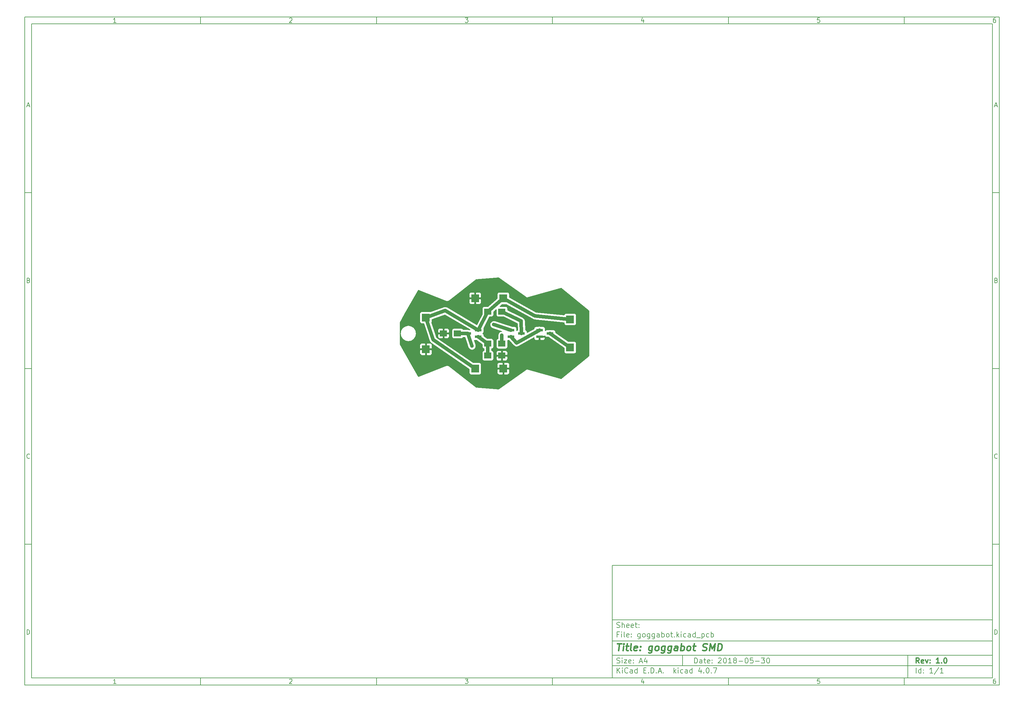
<source format=gbr>
G04 #@! TF.FileFunction,Copper,L1,Top,Signal*
%FSLAX46Y46*%
G04 Gerber Fmt 4.6, Leading zero omitted, Abs format (unit mm)*
G04 Created by KiCad (PCBNEW 4.0.7) date 2018 May 30, Wednesday 19:48:18*
%MOMM*%
%LPD*%
G01*
G04 APERTURE LIST*
%ADD10C,0.100000*%
%ADD11C,0.150000*%
%ADD12C,0.300000*%
%ADD13C,0.400000*%
%ADD14R,1.900000X0.800000*%
%ADD15R,2.235200X2.235200*%
%ADD16R,2.000000X1.700000*%
%ADD17C,0.600000*%
%ADD18C,1.000000*%
%ADD19C,0.254000*%
G04 APERTURE END LIST*
D10*
D11*
X177002200Y-166007200D02*
X177002200Y-198007200D01*
X285002200Y-198007200D01*
X285002200Y-166007200D01*
X177002200Y-166007200D01*
D10*
D11*
X10000000Y-10000000D02*
X10000000Y-200007200D01*
X287002200Y-200007200D01*
X287002200Y-10000000D01*
X10000000Y-10000000D01*
D10*
D11*
X12000000Y-12000000D02*
X12000000Y-198007200D01*
X285002200Y-198007200D01*
X285002200Y-12000000D01*
X12000000Y-12000000D01*
D10*
D11*
X60000000Y-12000000D02*
X60000000Y-10000000D01*
D10*
D11*
X110000000Y-12000000D02*
X110000000Y-10000000D01*
D10*
D11*
X160000000Y-12000000D02*
X160000000Y-10000000D01*
D10*
D11*
X210000000Y-12000000D02*
X210000000Y-10000000D01*
D10*
D11*
X260000000Y-12000000D02*
X260000000Y-10000000D01*
D10*
D11*
X35990476Y-11588095D02*
X35247619Y-11588095D01*
X35619048Y-11588095D02*
X35619048Y-10288095D01*
X35495238Y-10473810D01*
X35371429Y-10597619D01*
X35247619Y-10659524D01*
D10*
D11*
X85247619Y-10411905D02*
X85309524Y-10350000D01*
X85433333Y-10288095D01*
X85742857Y-10288095D01*
X85866667Y-10350000D01*
X85928571Y-10411905D01*
X85990476Y-10535714D01*
X85990476Y-10659524D01*
X85928571Y-10845238D01*
X85185714Y-11588095D01*
X85990476Y-11588095D01*
D10*
D11*
X135185714Y-10288095D02*
X135990476Y-10288095D01*
X135557143Y-10783333D01*
X135742857Y-10783333D01*
X135866667Y-10845238D01*
X135928571Y-10907143D01*
X135990476Y-11030952D01*
X135990476Y-11340476D01*
X135928571Y-11464286D01*
X135866667Y-11526190D01*
X135742857Y-11588095D01*
X135371429Y-11588095D01*
X135247619Y-11526190D01*
X135185714Y-11464286D01*
D10*
D11*
X185866667Y-10721429D02*
X185866667Y-11588095D01*
X185557143Y-10226190D02*
X185247619Y-11154762D01*
X186052381Y-11154762D01*
D10*
D11*
X235928571Y-10288095D02*
X235309524Y-10288095D01*
X235247619Y-10907143D01*
X235309524Y-10845238D01*
X235433333Y-10783333D01*
X235742857Y-10783333D01*
X235866667Y-10845238D01*
X235928571Y-10907143D01*
X235990476Y-11030952D01*
X235990476Y-11340476D01*
X235928571Y-11464286D01*
X235866667Y-11526190D01*
X235742857Y-11588095D01*
X235433333Y-11588095D01*
X235309524Y-11526190D01*
X235247619Y-11464286D01*
D10*
D11*
X285866667Y-10288095D02*
X285619048Y-10288095D01*
X285495238Y-10350000D01*
X285433333Y-10411905D01*
X285309524Y-10597619D01*
X285247619Y-10845238D01*
X285247619Y-11340476D01*
X285309524Y-11464286D01*
X285371429Y-11526190D01*
X285495238Y-11588095D01*
X285742857Y-11588095D01*
X285866667Y-11526190D01*
X285928571Y-11464286D01*
X285990476Y-11340476D01*
X285990476Y-11030952D01*
X285928571Y-10907143D01*
X285866667Y-10845238D01*
X285742857Y-10783333D01*
X285495238Y-10783333D01*
X285371429Y-10845238D01*
X285309524Y-10907143D01*
X285247619Y-11030952D01*
D10*
D11*
X60000000Y-198007200D02*
X60000000Y-200007200D01*
D10*
D11*
X110000000Y-198007200D02*
X110000000Y-200007200D01*
D10*
D11*
X160000000Y-198007200D02*
X160000000Y-200007200D01*
D10*
D11*
X210000000Y-198007200D02*
X210000000Y-200007200D01*
D10*
D11*
X260000000Y-198007200D02*
X260000000Y-200007200D01*
D10*
D11*
X35990476Y-199595295D02*
X35247619Y-199595295D01*
X35619048Y-199595295D02*
X35619048Y-198295295D01*
X35495238Y-198481010D01*
X35371429Y-198604819D01*
X35247619Y-198666724D01*
D10*
D11*
X85247619Y-198419105D02*
X85309524Y-198357200D01*
X85433333Y-198295295D01*
X85742857Y-198295295D01*
X85866667Y-198357200D01*
X85928571Y-198419105D01*
X85990476Y-198542914D01*
X85990476Y-198666724D01*
X85928571Y-198852438D01*
X85185714Y-199595295D01*
X85990476Y-199595295D01*
D10*
D11*
X135185714Y-198295295D02*
X135990476Y-198295295D01*
X135557143Y-198790533D01*
X135742857Y-198790533D01*
X135866667Y-198852438D01*
X135928571Y-198914343D01*
X135990476Y-199038152D01*
X135990476Y-199347676D01*
X135928571Y-199471486D01*
X135866667Y-199533390D01*
X135742857Y-199595295D01*
X135371429Y-199595295D01*
X135247619Y-199533390D01*
X135185714Y-199471486D01*
D10*
D11*
X185866667Y-198728629D02*
X185866667Y-199595295D01*
X185557143Y-198233390D02*
X185247619Y-199161962D01*
X186052381Y-199161962D01*
D10*
D11*
X235928571Y-198295295D02*
X235309524Y-198295295D01*
X235247619Y-198914343D01*
X235309524Y-198852438D01*
X235433333Y-198790533D01*
X235742857Y-198790533D01*
X235866667Y-198852438D01*
X235928571Y-198914343D01*
X235990476Y-199038152D01*
X235990476Y-199347676D01*
X235928571Y-199471486D01*
X235866667Y-199533390D01*
X235742857Y-199595295D01*
X235433333Y-199595295D01*
X235309524Y-199533390D01*
X235247619Y-199471486D01*
D10*
D11*
X285866667Y-198295295D02*
X285619048Y-198295295D01*
X285495238Y-198357200D01*
X285433333Y-198419105D01*
X285309524Y-198604819D01*
X285247619Y-198852438D01*
X285247619Y-199347676D01*
X285309524Y-199471486D01*
X285371429Y-199533390D01*
X285495238Y-199595295D01*
X285742857Y-199595295D01*
X285866667Y-199533390D01*
X285928571Y-199471486D01*
X285990476Y-199347676D01*
X285990476Y-199038152D01*
X285928571Y-198914343D01*
X285866667Y-198852438D01*
X285742857Y-198790533D01*
X285495238Y-198790533D01*
X285371429Y-198852438D01*
X285309524Y-198914343D01*
X285247619Y-199038152D01*
D10*
D11*
X10000000Y-60000000D02*
X12000000Y-60000000D01*
D10*
D11*
X10000000Y-110000000D02*
X12000000Y-110000000D01*
D10*
D11*
X10000000Y-160000000D02*
X12000000Y-160000000D01*
D10*
D11*
X10690476Y-35216667D02*
X11309524Y-35216667D01*
X10566667Y-35588095D02*
X11000000Y-34288095D01*
X11433333Y-35588095D01*
D10*
D11*
X11092857Y-84907143D02*
X11278571Y-84969048D01*
X11340476Y-85030952D01*
X11402381Y-85154762D01*
X11402381Y-85340476D01*
X11340476Y-85464286D01*
X11278571Y-85526190D01*
X11154762Y-85588095D01*
X10659524Y-85588095D01*
X10659524Y-84288095D01*
X11092857Y-84288095D01*
X11216667Y-84350000D01*
X11278571Y-84411905D01*
X11340476Y-84535714D01*
X11340476Y-84659524D01*
X11278571Y-84783333D01*
X11216667Y-84845238D01*
X11092857Y-84907143D01*
X10659524Y-84907143D01*
D10*
D11*
X11402381Y-135464286D02*
X11340476Y-135526190D01*
X11154762Y-135588095D01*
X11030952Y-135588095D01*
X10845238Y-135526190D01*
X10721429Y-135402381D01*
X10659524Y-135278571D01*
X10597619Y-135030952D01*
X10597619Y-134845238D01*
X10659524Y-134597619D01*
X10721429Y-134473810D01*
X10845238Y-134350000D01*
X11030952Y-134288095D01*
X11154762Y-134288095D01*
X11340476Y-134350000D01*
X11402381Y-134411905D01*
D10*
D11*
X10659524Y-185588095D02*
X10659524Y-184288095D01*
X10969048Y-184288095D01*
X11154762Y-184350000D01*
X11278571Y-184473810D01*
X11340476Y-184597619D01*
X11402381Y-184845238D01*
X11402381Y-185030952D01*
X11340476Y-185278571D01*
X11278571Y-185402381D01*
X11154762Y-185526190D01*
X10969048Y-185588095D01*
X10659524Y-185588095D01*
D10*
D11*
X287002200Y-60000000D02*
X285002200Y-60000000D01*
D10*
D11*
X287002200Y-110000000D02*
X285002200Y-110000000D01*
D10*
D11*
X287002200Y-160000000D02*
X285002200Y-160000000D01*
D10*
D11*
X285692676Y-35216667D02*
X286311724Y-35216667D01*
X285568867Y-35588095D02*
X286002200Y-34288095D01*
X286435533Y-35588095D01*
D10*
D11*
X286095057Y-84907143D02*
X286280771Y-84969048D01*
X286342676Y-85030952D01*
X286404581Y-85154762D01*
X286404581Y-85340476D01*
X286342676Y-85464286D01*
X286280771Y-85526190D01*
X286156962Y-85588095D01*
X285661724Y-85588095D01*
X285661724Y-84288095D01*
X286095057Y-84288095D01*
X286218867Y-84350000D01*
X286280771Y-84411905D01*
X286342676Y-84535714D01*
X286342676Y-84659524D01*
X286280771Y-84783333D01*
X286218867Y-84845238D01*
X286095057Y-84907143D01*
X285661724Y-84907143D01*
D10*
D11*
X286404581Y-135464286D02*
X286342676Y-135526190D01*
X286156962Y-135588095D01*
X286033152Y-135588095D01*
X285847438Y-135526190D01*
X285723629Y-135402381D01*
X285661724Y-135278571D01*
X285599819Y-135030952D01*
X285599819Y-134845238D01*
X285661724Y-134597619D01*
X285723629Y-134473810D01*
X285847438Y-134350000D01*
X286033152Y-134288095D01*
X286156962Y-134288095D01*
X286342676Y-134350000D01*
X286404581Y-134411905D01*
D10*
D11*
X285661724Y-185588095D02*
X285661724Y-184288095D01*
X285971248Y-184288095D01*
X286156962Y-184350000D01*
X286280771Y-184473810D01*
X286342676Y-184597619D01*
X286404581Y-184845238D01*
X286404581Y-185030952D01*
X286342676Y-185278571D01*
X286280771Y-185402381D01*
X286156962Y-185526190D01*
X285971248Y-185588095D01*
X285661724Y-185588095D01*
D10*
D11*
X200359343Y-193785771D02*
X200359343Y-192285771D01*
X200716486Y-192285771D01*
X200930771Y-192357200D01*
X201073629Y-192500057D01*
X201145057Y-192642914D01*
X201216486Y-192928629D01*
X201216486Y-193142914D01*
X201145057Y-193428629D01*
X201073629Y-193571486D01*
X200930771Y-193714343D01*
X200716486Y-193785771D01*
X200359343Y-193785771D01*
X202502200Y-193785771D02*
X202502200Y-193000057D01*
X202430771Y-192857200D01*
X202287914Y-192785771D01*
X202002200Y-192785771D01*
X201859343Y-192857200D01*
X202502200Y-193714343D02*
X202359343Y-193785771D01*
X202002200Y-193785771D01*
X201859343Y-193714343D01*
X201787914Y-193571486D01*
X201787914Y-193428629D01*
X201859343Y-193285771D01*
X202002200Y-193214343D01*
X202359343Y-193214343D01*
X202502200Y-193142914D01*
X203002200Y-192785771D02*
X203573629Y-192785771D01*
X203216486Y-192285771D02*
X203216486Y-193571486D01*
X203287914Y-193714343D01*
X203430772Y-193785771D01*
X203573629Y-193785771D01*
X204645057Y-193714343D02*
X204502200Y-193785771D01*
X204216486Y-193785771D01*
X204073629Y-193714343D01*
X204002200Y-193571486D01*
X204002200Y-193000057D01*
X204073629Y-192857200D01*
X204216486Y-192785771D01*
X204502200Y-192785771D01*
X204645057Y-192857200D01*
X204716486Y-193000057D01*
X204716486Y-193142914D01*
X204002200Y-193285771D01*
X205359343Y-193642914D02*
X205430771Y-193714343D01*
X205359343Y-193785771D01*
X205287914Y-193714343D01*
X205359343Y-193642914D01*
X205359343Y-193785771D01*
X205359343Y-192857200D02*
X205430771Y-192928629D01*
X205359343Y-193000057D01*
X205287914Y-192928629D01*
X205359343Y-192857200D01*
X205359343Y-193000057D01*
X207145057Y-192428629D02*
X207216486Y-192357200D01*
X207359343Y-192285771D01*
X207716486Y-192285771D01*
X207859343Y-192357200D01*
X207930772Y-192428629D01*
X208002200Y-192571486D01*
X208002200Y-192714343D01*
X207930772Y-192928629D01*
X207073629Y-193785771D01*
X208002200Y-193785771D01*
X208930771Y-192285771D02*
X209073628Y-192285771D01*
X209216485Y-192357200D01*
X209287914Y-192428629D01*
X209359343Y-192571486D01*
X209430771Y-192857200D01*
X209430771Y-193214343D01*
X209359343Y-193500057D01*
X209287914Y-193642914D01*
X209216485Y-193714343D01*
X209073628Y-193785771D01*
X208930771Y-193785771D01*
X208787914Y-193714343D01*
X208716485Y-193642914D01*
X208645057Y-193500057D01*
X208573628Y-193214343D01*
X208573628Y-192857200D01*
X208645057Y-192571486D01*
X208716485Y-192428629D01*
X208787914Y-192357200D01*
X208930771Y-192285771D01*
X210859342Y-193785771D02*
X210002199Y-193785771D01*
X210430771Y-193785771D02*
X210430771Y-192285771D01*
X210287914Y-192500057D01*
X210145056Y-192642914D01*
X210002199Y-192714343D01*
X211716485Y-192928629D02*
X211573627Y-192857200D01*
X211502199Y-192785771D01*
X211430770Y-192642914D01*
X211430770Y-192571486D01*
X211502199Y-192428629D01*
X211573627Y-192357200D01*
X211716485Y-192285771D01*
X212002199Y-192285771D01*
X212145056Y-192357200D01*
X212216485Y-192428629D01*
X212287913Y-192571486D01*
X212287913Y-192642914D01*
X212216485Y-192785771D01*
X212145056Y-192857200D01*
X212002199Y-192928629D01*
X211716485Y-192928629D01*
X211573627Y-193000057D01*
X211502199Y-193071486D01*
X211430770Y-193214343D01*
X211430770Y-193500057D01*
X211502199Y-193642914D01*
X211573627Y-193714343D01*
X211716485Y-193785771D01*
X212002199Y-193785771D01*
X212145056Y-193714343D01*
X212216485Y-193642914D01*
X212287913Y-193500057D01*
X212287913Y-193214343D01*
X212216485Y-193071486D01*
X212145056Y-193000057D01*
X212002199Y-192928629D01*
X212930770Y-193214343D02*
X214073627Y-193214343D01*
X215073627Y-192285771D02*
X215216484Y-192285771D01*
X215359341Y-192357200D01*
X215430770Y-192428629D01*
X215502199Y-192571486D01*
X215573627Y-192857200D01*
X215573627Y-193214343D01*
X215502199Y-193500057D01*
X215430770Y-193642914D01*
X215359341Y-193714343D01*
X215216484Y-193785771D01*
X215073627Y-193785771D01*
X214930770Y-193714343D01*
X214859341Y-193642914D01*
X214787913Y-193500057D01*
X214716484Y-193214343D01*
X214716484Y-192857200D01*
X214787913Y-192571486D01*
X214859341Y-192428629D01*
X214930770Y-192357200D01*
X215073627Y-192285771D01*
X216930770Y-192285771D02*
X216216484Y-192285771D01*
X216145055Y-193000057D01*
X216216484Y-192928629D01*
X216359341Y-192857200D01*
X216716484Y-192857200D01*
X216859341Y-192928629D01*
X216930770Y-193000057D01*
X217002198Y-193142914D01*
X217002198Y-193500057D01*
X216930770Y-193642914D01*
X216859341Y-193714343D01*
X216716484Y-193785771D01*
X216359341Y-193785771D01*
X216216484Y-193714343D01*
X216145055Y-193642914D01*
X217645055Y-193214343D02*
X218787912Y-193214343D01*
X219359341Y-192285771D02*
X220287912Y-192285771D01*
X219787912Y-192857200D01*
X220002198Y-192857200D01*
X220145055Y-192928629D01*
X220216484Y-193000057D01*
X220287912Y-193142914D01*
X220287912Y-193500057D01*
X220216484Y-193642914D01*
X220145055Y-193714343D01*
X220002198Y-193785771D01*
X219573626Y-193785771D01*
X219430769Y-193714343D01*
X219359341Y-193642914D01*
X221216483Y-192285771D02*
X221359340Y-192285771D01*
X221502197Y-192357200D01*
X221573626Y-192428629D01*
X221645055Y-192571486D01*
X221716483Y-192857200D01*
X221716483Y-193214343D01*
X221645055Y-193500057D01*
X221573626Y-193642914D01*
X221502197Y-193714343D01*
X221359340Y-193785771D01*
X221216483Y-193785771D01*
X221073626Y-193714343D01*
X221002197Y-193642914D01*
X220930769Y-193500057D01*
X220859340Y-193214343D01*
X220859340Y-192857200D01*
X220930769Y-192571486D01*
X221002197Y-192428629D01*
X221073626Y-192357200D01*
X221216483Y-192285771D01*
D10*
D11*
X177002200Y-194507200D02*
X285002200Y-194507200D01*
D10*
D11*
X178359343Y-196585771D02*
X178359343Y-195085771D01*
X179216486Y-196585771D02*
X178573629Y-195728629D01*
X179216486Y-195085771D02*
X178359343Y-195942914D01*
X179859343Y-196585771D02*
X179859343Y-195585771D01*
X179859343Y-195085771D02*
X179787914Y-195157200D01*
X179859343Y-195228629D01*
X179930771Y-195157200D01*
X179859343Y-195085771D01*
X179859343Y-195228629D01*
X181430772Y-196442914D02*
X181359343Y-196514343D01*
X181145057Y-196585771D01*
X181002200Y-196585771D01*
X180787915Y-196514343D01*
X180645057Y-196371486D01*
X180573629Y-196228629D01*
X180502200Y-195942914D01*
X180502200Y-195728629D01*
X180573629Y-195442914D01*
X180645057Y-195300057D01*
X180787915Y-195157200D01*
X181002200Y-195085771D01*
X181145057Y-195085771D01*
X181359343Y-195157200D01*
X181430772Y-195228629D01*
X182716486Y-196585771D02*
X182716486Y-195800057D01*
X182645057Y-195657200D01*
X182502200Y-195585771D01*
X182216486Y-195585771D01*
X182073629Y-195657200D01*
X182716486Y-196514343D02*
X182573629Y-196585771D01*
X182216486Y-196585771D01*
X182073629Y-196514343D01*
X182002200Y-196371486D01*
X182002200Y-196228629D01*
X182073629Y-196085771D01*
X182216486Y-196014343D01*
X182573629Y-196014343D01*
X182716486Y-195942914D01*
X184073629Y-196585771D02*
X184073629Y-195085771D01*
X184073629Y-196514343D02*
X183930772Y-196585771D01*
X183645058Y-196585771D01*
X183502200Y-196514343D01*
X183430772Y-196442914D01*
X183359343Y-196300057D01*
X183359343Y-195871486D01*
X183430772Y-195728629D01*
X183502200Y-195657200D01*
X183645058Y-195585771D01*
X183930772Y-195585771D01*
X184073629Y-195657200D01*
X185930772Y-195800057D02*
X186430772Y-195800057D01*
X186645058Y-196585771D02*
X185930772Y-196585771D01*
X185930772Y-195085771D01*
X186645058Y-195085771D01*
X187287915Y-196442914D02*
X187359343Y-196514343D01*
X187287915Y-196585771D01*
X187216486Y-196514343D01*
X187287915Y-196442914D01*
X187287915Y-196585771D01*
X188002201Y-196585771D02*
X188002201Y-195085771D01*
X188359344Y-195085771D01*
X188573629Y-195157200D01*
X188716487Y-195300057D01*
X188787915Y-195442914D01*
X188859344Y-195728629D01*
X188859344Y-195942914D01*
X188787915Y-196228629D01*
X188716487Y-196371486D01*
X188573629Y-196514343D01*
X188359344Y-196585771D01*
X188002201Y-196585771D01*
X189502201Y-196442914D02*
X189573629Y-196514343D01*
X189502201Y-196585771D01*
X189430772Y-196514343D01*
X189502201Y-196442914D01*
X189502201Y-196585771D01*
X190145058Y-196157200D02*
X190859344Y-196157200D01*
X190002201Y-196585771D02*
X190502201Y-195085771D01*
X191002201Y-196585771D01*
X191502201Y-196442914D02*
X191573629Y-196514343D01*
X191502201Y-196585771D01*
X191430772Y-196514343D01*
X191502201Y-196442914D01*
X191502201Y-196585771D01*
X194502201Y-196585771D02*
X194502201Y-195085771D01*
X194645058Y-196014343D02*
X195073629Y-196585771D01*
X195073629Y-195585771D02*
X194502201Y-196157200D01*
X195716487Y-196585771D02*
X195716487Y-195585771D01*
X195716487Y-195085771D02*
X195645058Y-195157200D01*
X195716487Y-195228629D01*
X195787915Y-195157200D01*
X195716487Y-195085771D01*
X195716487Y-195228629D01*
X197073630Y-196514343D02*
X196930773Y-196585771D01*
X196645059Y-196585771D01*
X196502201Y-196514343D01*
X196430773Y-196442914D01*
X196359344Y-196300057D01*
X196359344Y-195871486D01*
X196430773Y-195728629D01*
X196502201Y-195657200D01*
X196645059Y-195585771D01*
X196930773Y-195585771D01*
X197073630Y-195657200D01*
X198359344Y-196585771D02*
X198359344Y-195800057D01*
X198287915Y-195657200D01*
X198145058Y-195585771D01*
X197859344Y-195585771D01*
X197716487Y-195657200D01*
X198359344Y-196514343D02*
X198216487Y-196585771D01*
X197859344Y-196585771D01*
X197716487Y-196514343D01*
X197645058Y-196371486D01*
X197645058Y-196228629D01*
X197716487Y-196085771D01*
X197859344Y-196014343D01*
X198216487Y-196014343D01*
X198359344Y-195942914D01*
X199716487Y-196585771D02*
X199716487Y-195085771D01*
X199716487Y-196514343D02*
X199573630Y-196585771D01*
X199287916Y-196585771D01*
X199145058Y-196514343D01*
X199073630Y-196442914D01*
X199002201Y-196300057D01*
X199002201Y-195871486D01*
X199073630Y-195728629D01*
X199145058Y-195657200D01*
X199287916Y-195585771D01*
X199573630Y-195585771D01*
X199716487Y-195657200D01*
X202216487Y-195585771D02*
X202216487Y-196585771D01*
X201859344Y-195014343D02*
X201502201Y-196085771D01*
X202430773Y-196085771D01*
X203002201Y-196442914D02*
X203073629Y-196514343D01*
X203002201Y-196585771D01*
X202930772Y-196514343D01*
X203002201Y-196442914D01*
X203002201Y-196585771D01*
X204002201Y-195085771D02*
X204145058Y-195085771D01*
X204287915Y-195157200D01*
X204359344Y-195228629D01*
X204430773Y-195371486D01*
X204502201Y-195657200D01*
X204502201Y-196014343D01*
X204430773Y-196300057D01*
X204359344Y-196442914D01*
X204287915Y-196514343D01*
X204145058Y-196585771D01*
X204002201Y-196585771D01*
X203859344Y-196514343D01*
X203787915Y-196442914D01*
X203716487Y-196300057D01*
X203645058Y-196014343D01*
X203645058Y-195657200D01*
X203716487Y-195371486D01*
X203787915Y-195228629D01*
X203859344Y-195157200D01*
X204002201Y-195085771D01*
X205145058Y-196442914D02*
X205216486Y-196514343D01*
X205145058Y-196585771D01*
X205073629Y-196514343D01*
X205145058Y-196442914D01*
X205145058Y-196585771D01*
X205716487Y-195085771D02*
X206716487Y-195085771D01*
X206073630Y-196585771D01*
D10*
D11*
X177002200Y-191507200D02*
X285002200Y-191507200D01*
D10*
D12*
X264216486Y-193785771D02*
X263716486Y-193071486D01*
X263359343Y-193785771D02*
X263359343Y-192285771D01*
X263930771Y-192285771D01*
X264073629Y-192357200D01*
X264145057Y-192428629D01*
X264216486Y-192571486D01*
X264216486Y-192785771D01*
X264145057Y-192928629D01*
X264073629Y-193000057D01*
X263930771Y-193071486D01*
X263359343Y-193071486D01*
X265430771Y-193714343D02*
X265287914Y-193785771D01*
X265002200Y-193785771D01*
X264859343Y-193714343D01*
X264787914Y-193571486D01*
X264787914Y-193000057D01*
X264859343Y-192857200D01*
X265002200Y-192785771D01*
X265287914Y-192785771D01*
X265430771Y-192857200D01*
X265502200Y-193000057D01*
X265502200Y-193142914D01*
X264787914Y-193285771D01*
X266002200Y-192785771D02*
X266359343Y-193785771D01*
X266716485Y-192785771D01*
X267287914Y-193642914D02*
X267359342Y-193714343D01*
X267287914Y-193785771D01*
X267216485Y-193714343D01*
X267287914Y-193642914D01*
X267287914Y-193785771D01*
X267287914Y-192857200D02*
X267359342Y-192928629D01*
X267287914Y-193000057D01*
X267216485Y-192928629D01*
X267287914Y-192857200D01*
X267287914Y-193000057D01*
X269930771Y-193785771D02*
X269073628Y-193785771D01*
X269502200Y-193785771D02*
X269502200Y-192285771D01*
X269359343Y-192500057D01*
X269216485Y-192642914D01*
X269073628Y-192714343D01*
X270573628Y-193642914D02*
X270645056Y-193714343D01*
X270573628Y-193785771D01*
X270502199Y-193714343D01*
X270573628Y-193642914D01*
X270573628Y-193785771D01*
X271573628Y-192285771D02*
X271716485Y-192285771D01*
X271859342Y-192357200D01*
X271930771Y-192428629D01*
X272002200Y-192571486D01*
X272073628Y-192857200D01*
X272073628Y-193214343D01*
X272002200Y-193500057D01*
X271930771Y-193642914D01*
X271859342Y-193714343D01*
X271716485Y-193785771D01*
X271573628Y-193785771D01*
X271430771Y-193714343D01*
X271359342Y-193642914D01*
X271287914Y-193500057D01*
X271216485Y-193214343D01*
X271216485Y-192857200D01*
X271287914Y-192571486D01*
X271359342Y-192428629D01*
X271430771Y-192357200D01*
X271573628Y-192285771D01*
D10*
D11*
X178287914Y-193714343D02*
X178502200Y-193785771D01*
X178859343Y-193785771D01*
X179002200Y-193714343D01*
X179073629Y-193642914D01*
X179145057Y-193500057D01*
X179145057Y-193357200D01*
X179073629Y-193214343D01*
X179002200Y-193142914D01*
X178859343Y-193071486D01*
X178573629Y-193000057D01*
X178430771Y-192928629D01*
X178359343Y-192857200D01*
X178287914Y-192714343D01*
X178287914Y-192571486D01*
X178359343Y-192428629D01*
X178430771Y-192357200D01*
X178573629Y-192285771D01*
X178930771Y-192285771D01*
X179145057Y-192357200D01*
X179787914Y-193785771D02*
X179787914Y-192785771D01*
X179787914Y-192285771D02*
X179716485Y-192357200D01*
X179787914Y-192428629D01*
X179859342Y-192357200D01*
X179787914Y-192285771D01*
X179787914Y-192428629D01*
X180359343Y-192785771D02*
X181145057Y-192785771D01*
X180359343Y-193785771D01*
X181145057Y-193785771D01*
X182287914Y-193714343D02*
X182145057Y-193785771D01*
X181859343Y-193785771D01*
X181716486Y-193714343D01*
X181645057Y-193571486D01*
X181645057Y-193000057D01*
X181716486Y-192857200D01*
X181859343Y-192785771D01*
X182145057Y-192785771D01*
X182287914Y-192857200D01*
X182359343Y-193000057D01*
X182359343Y-193142914D01*
X181645057Y-193285771D01*
X183002200Y-193642914D02*
X183073628Y-193714343D01*
X183002200Y-193785771D01*
X182930771Y-193714343D01*
X183002200Y-193642914D01*
X183002200Y-193785771D01*
X183002200Y-192857200D02*
X183073628Y-192928629D01*
X183002200Y-193000057D01*
X182930771Y-192928629D01*
X183002200Y-192857200D01*
X183002200Y-193000057D01*
X184787914Y-193357200D02*
X185502200Y-193357200D01*
X184645057Y-193785771D02*
X185145057Y-192285771D01*
X185645057Y-193785771D01*
X186787914Y-192785771D02*
X186787914Y-193785771D01*
X186430771Y-192214343D02*
X186073628Y-193285771D01*
X187002200Y-193285771D01*
D10*
D11*
X263359343Y-196585771D02*
X263359343Y-195085771D01*
X264716486Y-196585771D02*
X264716486Y-195085771D01*
X264716486Y-196514343D02*
X264573629Y-196585771D01*
X264287915Y-196585771D01*
X264145057Y-196514343D01*
X264073629Y-196442914D01*
X264002200Y-196300057D01*
X264002200Y-195871486D01*
X264073629Y-195728629D01*
X264145057Y-195657200D01*
X264287915Y-195585771D01*
X264573629Y-195585771D01*
X264716486Y-195657200D01*
X265430772Y-196442914D02*
X265502200Y-196514343D01*
X265430772Y-196585771D01*
X265359343Y-196514343D01*
X265430772Y-196442914D01*
X265430772Y-196585771D01*
X265430772Y-195657200D02*
X265502200Y-195728629D01*
X265430772Y-195800057D01*
X265359343Y-195728629D01*
X265430772Y-195657200D01*
X265430772Y-195800057D01*
X268073629Y-196585771D02*
X267216486Y-196585771D01*
X267645058Y-196585771D02*
X267645058Y-195085771D01*
X267502201Y-195300057D01*
X267359343Y-195442914D01*
X267216486Y-195514343D01*
X269787914Y-195014343D02*
X268502200Y-196942914D01*
X271073629Y-196585771D02*
X270216486Y-196585771D01*
X270645058Y-196585771D02*
X270645058Y-195085771D01*
X270502201Y-195300057D01*
X270359343Y-195442914D01*
X270216486Y-195514343D01*
D10*
D11*
X177002200Y-187507200D02*
X285002200Y-187507200D01*
D10*
D13*
X178454581Y-188211962D02*
X179597438Y-188211962D01*
X178776010Y-190211962D02*
X179026010Y-188211962D01*
X180014105Y-190211962D02*
X180180771Y-188878629D01*
X180264105Y-188211962D02*
X180156962Y-188307200D01*
X180240295Y-188402438D01*
X180347439Y-188307200D01*
X180264105Y-188211962D01*
X180240295Y-188402438D01*
X180847438Y-188878629D02*
X181609343Y-188878629D01*
X181216486Y-188211962D02*
X181002200Y-189926248D01*
X181073630Y-190116724D01*
X181252201Y-190211962D01*
X181442677Y-190211962D01*
X182395058Y-190211962D02*
X182216487Y-190116724D01*
X182145057Y-189926248D01*
X182359343Y-188211962D01*
X183930772Y-190116724D02*
X183728391Y-190211962D01*
X183347439Y-190211962D01*
X183168867Y-190116724D01*
X183097438Y-189926248D01*
X183192676Y-189164343D01*
X183311724Y-188973867D01*
X183514105Y-188878629D01*
X183895057Y-188878629D01*
X184073629Y-188973867D01*
X184145057Y-189164343D01*
X184121248Y-189354819D01*
X183145057Y-189545295D01*
X184895057Y-190021486D02*
X184978392Y-190116724D01*
X184871248Y-190211962D01*
X184787915Y-190116724D01*
X184895057Y-190021486D01*
X184871248Y-190211962D01*
X185026010Y-188973867D02*
X185109344Y-189069105D01*
X185002200Y-189164343D01*
X184918867Y-189069105D01*
X185026010Y-188973867D01*
X185002200Y-189164343D01*
X188371248Y-188878629D02*
X188168867Y-190497676D01*
X188049820Y-190688152D01*
X187942677Y-190783390D01*
X187740296Y-190878629D01*
X187454582Y-190878629D01*
X187276010Y-190783390D01*
X188216487Y-190116724D02*
X188014106Y-190211962D01*
X187633154Y-190211962D01*
X187454583Y-190116724D01*
X187371248Y-190021486D01*
X187299820Y-189831010D01*
X187371248Y-189259581D01*
X187490296Y-189069105D01*
X187597440Y-188973867D01*
X187799820Y-188878629D01*
X188180772Y-188878629D01*
X188359344Y-188973867D01*
X189442678Y-190211962D02*
X189264107Y-190116724D01*
X189180772Y-190021486D01*
X189109344Y-189831010D01*
X189180772Y-189259581D01*
X189299820Y-189069105D01*
X189406964Y-188973867D01*
X189609344Y-188878629D01*
X189895058Y-188878629D01*
X190073630Y-188973867D01*
X190156963Y-189069105D01*
X190228391Y-189259581D01*
X190156963Y-189831010D01*
X190037915Y-190021486D01*
X189930773Y-190116724D01*
X189728392Y-190211962D01*
X189442678Y-190211962D01*
X191990296Y-188878629D02*
X191787915Y-190497676D01*
X191668868Y-190688152D01*
X191561725Y-190783390D01*
X191359344Y-190878629D01*
X191073630Y-190878629D01*
X190895058Y-190783390D01*
X191835535Y-190116724D02*
X191633154Y-190211962D01*
X191252202Y-190211962D01*
X191073631Y-190116724D01*
X190990296Y-190021486D01*
X190918868Y-189831010D01*
X190990296Y-189259581D01*
X191109344Y-189069105D01*
X191216488Y-188973867D01*
X191418868Y-188878629D01*
X191799820Y-188878629D01*
X191978392Y-188973867D01*
X193799820Y-188878629D02*
X193597439Y-190497676D01*
X193478392Y-190688152D01*
X193371249Y-190783390D01*
X193168868Y-190878629D01*
X192883154Y-190878629D01*
X192704582Y-190783390D01*
X193645059Y-190116724D02*
X193442678Y-190211962D01*
X193061726Y-190211962D01*
X192883155Y-190116724D01*
X192799820Y-190021486D01*
X192728392Y-189831010D01*
X192799820Y-189259581D01*
X192918868Y-189069105D01*
X193026012Y-188973867D01*
X193228392Y-188878629D01*
X193609344Y-188878629D01*
X193787916Y-188973867D01*
X195442678Y-190211962D02*
X195573630Y-189164343D01*
X195502202Y-188973867D01*
X195323630Y-188878629D01*
X194942678Y-188878629D01*
X194740297Y-188973867D01*
X195454583Y-190116724D02*
X195252202Y-190211962D01*
X194776012Y-190211962D01*
X194597440Y-190116724D01*
X194526011Y-189926248D01*
X194549821Y-189735771D01*
X194668868Y-189545295D01*
X194871250Y-189450057D01*
X195347440Y-189450057D01*
X195549821Y-189354819D01*
X196395059Y-190211962D02*
X196645059Y-188211962D01*
X196549821Y-188973867D02*
X196752202Y-188878629D01*
X197133154Y-188878629D01*
X197311726Y-188973867D01*
X197395059Y-189069105D01*
X197466487Y-189259581D01*
X197395059Y-189831010D01*
X197276011Y-190021486D01*
X197168869Y-190116724D01*
X196966488Y-190211962D01*
X196585536Y-190211962D01*
X196406964Y-190116724D01*
X198490298Y-190211962D02*
X198311727Y-190116724D01*
X198228392Y-190021486D01*
X198156964Y-189831010D01*
X198228392Y-189259581D01*
X198347440Y-189069105D01*
X198454584Y-188973867D01*
X198656964Y-188878629D01*
X198942678Y-188878629D01*
X199121250Y-188973867D01*
X199204583Y-189069105D01*
X199276011Y-189259581D01*
X199204583Y-189831010D01*
X199085535Y-190021486D01*
X198978393Y-190116724D01*
X198776012Y-190211962D01*
X198490298Y-190211962D01*
X199895059Y-188878629D02*
X200656964Y-188878629D01*
X200264107Y-188211962D02*
X200049821Y-189926248D01*
X200121251Y-190116724D01*
X200299822Y-190211962D01*
X200490298Y-190211962D01*
X202597441Y-190116724D02*
X202871251Y-190211962D01*
X203347441Y-190211962D01*
X203549822Y-190116724D01*
X203656964Y-190021486D01*
X203776013Y-189831010D01*
X203799822Y-189640533D01*
X203728393Y-189450057D01*
X203645060Y-189354819D01*
X203466488Y-189259581D01*
X203097441Y-189164343D01*
X202918870Y-189069105D01*
X202835536Y-188973867D01*
X202764107Y-188783390D01*
X202787917Y-188592914D01*
X202906964Y-188402438D01*
X203014108Y-188307200D01*
X203216489Y-188211962D01*
X203692679Y-188211962D01*
X203966489Y-188307200D01*
X204585536Y-190211962D02*
X204835536Y-188211962D01*
X205323631Y-189640533D01*
X206168870Y-188211962D01*
X205918870Y-190211962D01*
X206871250Y-190211962D02*
X207121250Y-188211962D01*
X207597441Y-188211962D01*
X207871250Y-188307200D01*
X208037917Y-188497676D01*
X208109346Y-188688152D01*
X208156965Y-189069105D01*
X208121251Y-189354819D01*
X207978394Y-189735771D01*
X207859345Y-189926248D01*
X207645060Y-190116724D01*
X207347441Y-190211962D01*
X206871250Y-190211962D01*
D10*
D11*
X178859343Y-185600057D02*
X178359343Y-185600057D01*
X178359343Y-186385771D02*
X178359343Y-184885771D01*
X179073629Y-184885771D01*
X179645057Y-186385771D02*
X179645057Y-185385771D01*
X179645057Y-184885771D02*
X179573628Y-184957200D01*
X179645057Y-185028629D01*
X179716485Y-184957200D01*
X179645057Y-184885771D01*
X179645057Y-185028629D01*
X180573629Y-186385771D02*
X180430771Y-186314343D01*
X180359343Y-186171486D01*
X180359343Y-184885771D01*
X181716485Y-186314343D02*
X181573628Y-186385771D01*
X181287914Y-186385771D01*
X181145057Y-186314343D01*
X181073628Y-186171486D01*
X181073628Y-185600057D01*
X181145057Y-185457200D01*
X181287914Y-185385771D01*
X181573628Y-185385771D01*
X181716485Y-185457200D01*
X181787914Y-185600057D01*
X181787914Y-185742914D01*
X181073628Y-185885771D01*
X182430771Y-186242914D02*
X182502199Y-186314343D01*
X182430771Y-186385771D01*
X182359342Y-186314343D01*
X182430771Y-186242914D01*
X182430771Y-186385771D01*
X182430771Y-185457200D02*
X182502199Y-185528629D01*
X182430771Y-185600057D01*
X182359342Y-185528629D01*
X182430771Y-185457200D01*
X182430771Y-185600057D01*
X184930771Y-185385771D02*
X184930771Y-186600057D01*
X184859342Y-186742914D01*
X184787914Y-186814343D01*
X184645057Y-186885771D01*
X184430771Y-186885771D01*
X184287914Y-186814343D01*
X184930771Y-186314343D02*
X184787914Y-186385771D01*
X184502200Y-186385771D01*
X184359342Y-186314343D01*
X184287914Y-186242914D01*
X184216485Y-186100057D01*
X184216485Y-185671486D01*
X184287914Y-185528629D01*
X184359342Y-185457200D01*
X184502200Y-185385771D01*
X184787914Y-185385771D01*
X184930771Y-185457200D01*
X185859343Y-186385771D02*
X185716485Y-186314343D01*
X185645057Y-186242914D01*
X185573628Y-186100057D01*
X185573628Y-185671486D01*
X185645057Y-185528629D01*
X185716485Y-185457200D01*
X185859343Y-185385771D01*
X186073628Y-185385771D01*
X186216485Y-185457200D01*
X186287914Y-185528629D01*
X186359343Y-185671486D01*
X186359343Y-186100057D01*
X186287914Y-186242914D01*
X186216485Y-186314343D01*
X186073628Y-186385771D01*
X185859343Y-186385771D01*
X187645057Y-185385771D02*
X187645057Y-186600057D01*
X187573628Y-186742914D01*
X187502200Y-186814343D01*
X187359343Y-186885771D01*
X187145057Y-186885771D01*
X187002200Y-186814343D01*
X187645057Y-186314343D02*
X187502200Y-186385771D01*
X187216486Y-186385771D01*
X187073628Y-186314343D01*
X187002200Y-186242914D01*
X186930771Y-186100057D01*
X186930771Y-185671486D01*
X187002200Y-185528629D01*
X187073628Y-185457200D01*
X187216486Y-185385771D01*
X187502200Y-185385771D01*
X187645057Y-185457200D01*
X189002200Y-185385771D02*
X189002200Y-186600057D01*
X188930771Y-186742914D01*
X188859343Y-186814343D01*
X188716486Y-186885771D01*
X188502200Y-186885771D01*
X188359343Y-186814343D01*
X189002200Y-186314343D02*
X188859343Y-186385771D01*
X188573629Y-186385771D01*
X188430771Y-186314343D01*
X188359343Y-186242914D01*
X188287914Y-186100057D01*
X188287914Y-185671486D01*
X188359343Y-185528629D01*
X188430771Y-185457200D01*
X188573629Y-185385771D01*
X188859343Y-185385771D01*
X189002200Y-185457200D01*
X190359343Y-186385771D02*
X190359343Y-185600057D01*
X190287914Y-185457200D01*
X190145057Y-185385771D01*
X189859343Y-185385771D01*
X189716486Y-185457200D01*
X190359343Y-186314343D02*
X190216486Y-186385771D01*
X189859343Y-186385771D01*
X189716486Y-186314343D01*
X189645057Y-186171486D01*
X189645057Y-186028629D01*
X189716486Y-185885771D01*
X189859343Y-185814343D01*
X190216486Y-185814343D01*
X190359343Y-185742914D01*
X191073629Y-186385771D02*
X191073629Y-184885771D01*
X191073629Y-185457200D02*
X191216486Y-185385771D01*
X191502200Y-185385771D01*
X191645057Y-185457200D01*
X191716486Y-185528629D01*
X191787915Y-185671486D01*
X191787915Y-186100057D01*
X191716486Y-186242914D01*
X191645057Y-186314343D01*
X191502200Y-186385771D01*
X191216486Y-186385771D01*
X191073629Y-186314343D01*
X192645058Y-186385771D02*
X192502200Y-186314343D01*
X192430772Y-186242914D01*
X192359343Y-186100057D01*
X192359343Y-185671486D01*
X192430772Y-185528629D01*
X192502200Y-185457200D01*
X192645058Y-185385771D01*
X192859343Y-185385771D01*
X193002200Y-185457200D01*
X193073629Y-185528629D01*
X193145058Y-185671486D01*
X193145058Y-186100057D01*
X193073629Y-186242914D01*
X193002200Y-186314343D01*
X192859343Y-186385771D01*
X192645058Y-186385771D01*
X193573629Y-185385771D02*
X194145058Y-185385771D01*
X193787915Y-184885771D02*
X193787915Y-186171486D01*
X193859343Y-186314343D01*
X194002201Y-186385771D01*
X194145058Y-186385771D01*
X194645058Y-186242914D02*
X194716486Y-186314343D01*
X194645058Y-186385771D01*
X194573629Y-186314343D01*
X194645058Y-186242914D01*
X194645058Y-186385771D01*
X195359344Y-186385771D02*
X195359344Y-184885771D01*
X195502201Y-185814343D02*
X195930772Y-186385771D01*
X195930772Y-185385771D02*
X195359344Y-185957200D01*
X196573630Y-186385771D02*
X196573630Y-185385771D01*
X196573630Y-184885771D02*
X196502201Y-184957200D01*
X196573630Y-185028629D01*
X196645058Y-184957200D01*
X196573630Y-184885771D01*
X196573630Y-185028629D01*
X197930773Y-186314343D02*
X197787916Y-186385771D01*
X197502202Y-186385771D01*
X197359344Y-186314343D01*
X197287916Y-186242914D01*
X197216487Y-186100057D01*
X197216487Y-185671486D01*
X197287916Y-185528629D01*
X197359344Y-185457200D01*
X197502202Y-185385771D01*
X197787916Y-185385771D01*
X197930773Y-185457200D01*
X199216487Y-186385771D02*
X199216487Y-185600057D01*
X199145058Y-185457200D01*
X199002201Y-185385771D01*
X198716487Y-185385771D01*
X198573630Y-185457200D01*
X199216487Y-186314343D02*
X199073630Y-186385771D01*
X198716487Y-186385771D01*
X198573630Y-186314343D01*
X198502201Y-186171486D01*
X198502201Y-186028629D01*
X198573630Y-185885771D01*
X198716487Y-185814343D01*
X199073630Y-185814343D01*
X199216487Y-185742914D01*
X200573630Y-186385771D02*
X200573630Y-184885771D01*
X200573630Y-186314343D02*
X200430773Y-186385771D01*
X200145059Y-186385771D01*
X200002201Y-186314343D01*
X199930773Y-186242914D01*
X199859344Y-186100057D01*
X199859344Y-185671486D01*
X199930773Y-185528629D01*
X200002201Y-185457200D01*
X200145059Y-185385771D01*
X200430773Y-185385771D01*
X200573630Y-185457200D01*
X200930773Y-186528629D02*
X202073630Y-186528629D01*
X202430773Y-185385771D02*
X202430773Y-186885771D01*
X202430773Y-185457200D02*
X202573630Y-185385771D01*
X202859344Y-185385771D01*
X203002201Y-185457200D01*
X203073630Y-185528629D01*
X203145059Y-185671486D01*
X203145059Y-186100057D01*
X203073630Y-186242914D01*
X203002201Y-186314343D01*
X202859344Y-186385771D01*
X202573630Y-186385771D01*
X202430773Y-186314343D01*
X204430773Y-186314343D02*
X204287916Y-186385771D01*
X204002202Y-186385771D01*
X203859344Y-186314343D01*
X203787916Y-186242914D01*
X203716487Y-186100057D01*
X203716487Y-185671486D01*
X203787916Y-185528629D01*
X203859344Y-185457200D01*
X204002202Y-185385771D01*
X204287916Y-185385771D01*
X204430773Y-185457200D01*
X205073630Y-186385771D02*
X205073630Y-184885771D01*
X205073630Y-185457200D02*
X205216487Y-185385771D01*
X205502201Y-185385771D01*
X205645058Y-185457200D01*
X205716487Y-185528629D01*
X205787916Y-185671486D01*
X205787916Y-186100057D01*
X205716487Y-186242914D01*
X205645058Y-186314343D01*
X205502201Y-186385771D01*
X205216487Y-186385771D01*
X205073630Y-186314343D01*
D10*
D11*
X177002200Y-181507200D02*
X285002200Y-181507200D01*
D10*
D11*
X178287914Y-183614343D02*
X178502200Y-183685771D01*
X178859343Y-183685771D01*
X179002200Y-183614343D01*
X179073629Y-183542914D01*
X179145057Y-183400057D01*
X179145057Y-183257200D01*
X179073629Y-183114343D01*
X179002200Y-183042914D01*
X178859343Y-182971486D01*
X178573629Y-182900057D01*
X178430771Y-182828629D01*
X178359343Y-182757200D01*
X178287914Y-182614343D01*
X178287914Y-182471486D01*
X178359343Y-182328629D01*
X178430771Y-182257200D01*
X178573629Y-182185771D01*
X178930771Y-182185771D01*
X179145057Y-182257200D01*
X179787914Y-183685771D02*
X179787914Y-182185771D01*
X180430771Y-183685771D02*
X180430771Y-182900057D01*
X180359342Y-182757200D01*
X180216485Y-182685771D01*
X180002200Y-182685771D01*
X179859342Y-182757200D01*
X179787914Y-182828629D01*
X181716485Y-183614343D02*
X181573628Y-183685771D01*
X181287914Y-183685771D01*
X181145057Y-183614343D01*
X181073628Y-183471486D01*
X181073628Y-182900057D01*
X181145057Y-182757200D01*
X181287914Y-182685771D01*
X181573628Y-182685771D01*
X181716485Y-182757200D01*
X181787914Y-182900057D01*
X181787914Y-183042914D01*
X181073628Y-183185771D01*
X183002199Y-183614343D02*
X182859342Y-183685771D01*
X182573628Y-183685771D01*
X182430771Y-183614343D01*
X182359342Y-183471486D01*
X182359342Y-182900057D01*
X182430771Y-182757200D01*
X182573628Y-182685771D01*
X182859342Y-182685771D01*
X183002199Y-182757200D01*
X183073628Y-182900057D01*
X183073628Y-183042914D01*
X182359342Y-183185771D01*
X183502199Y-182685771D02*
X184073628Y-182685771D01*
X183716485Y-182185771D02*
X183716485Y-183471486D01*
X183787913Y-183614343D01*
X183930771Y-183685771D01*
X184073628Y-183685771D01*
X184573628Y-183542914D02*
X184645056Y-183614343D01*
X184573628Y-183685771D01*
X184502199Y-183614343D01*
X184573628Y-183542914D01*
X184573628Y-183685771D01*
X184573628Y-182757200D02*
X184645056Y-182828629D01*
X184573628Y-182900057D01*
X184502199Y-182828629D01*
X184573628Y-182757200D01*
X184573628Y-182900057D01*
D10*
D11*
X197002200Y-191507200D02*
X197002200Y-194507200D01*
D10*
D11*
X261002200Y-191507200D02*
X261002200Y-198007200D01*
D14*
X156300000Y-99050000D03*
X156300000Y-100950000D03*
X159300000Y-100000000D03*
D15*
X146000000Y-90000000D03*
X146000000Y-110000000D03*
D16*
X141600000Y-106300000D03*
X145600000Y-106300000D03*
X133000000Y-100000000D03*
X129000000Y-100000000D03*
D15*
X124000000Y-104500000D03*
X124000000Y-95500000D03*
X165000000Y-104000000D03*
D16*
X145600000Y-102900000D03*
X141600000Y-102900000D03*
X141600000Y-93800000D03*
X145600000Y-93800000D03*
D15*
X165000000Y-96000000D03*
X138000000Y-110000000D03*
X138000000Y-90000000D03*
D14*
X138900000Y-100950000D03*
X138900000Y-99050000D03*
X135900000Y-100000000D03*
X148200000Y-99050000D03*
X148200000Y-100950000D03*
X151200000Y-100000000D03*
D17*
X143300000Y-97500000D03*
X137100000Y-103600000D03*
X151100000Y-96500000D03*
X145600000Y-100500000D03*
D18*
X138900000Y-100950000D02*
X141600000Y-102900000D01*
X141600000Y-102900000D02*
X141600000Y-106300000D01*
X135900000Y-100000000D02*
X133000000Y-100000000D01*
X137100000Y-103600000D02*
X135900000Y-100000000D01*
X143300000Y-97500000D02*
X148200000Y-99050000D01*
X149800000Y-102700000D02*
X148200000Y-100950000D01*
X156300000Y-99050000D02*
X149800000Y-102700000D01*
X151200000Y-100000000D02*
X151100000Y-96500000D01*
X145600000Y-93800000D02*
X151100000Y-96500000D01*
X145600000Y-102900000D02*
X145600000Y-100500000D01*
X138900000Y-99050000D02*
X129500000Y-93500000D01*
X141600000Y-93800000D02*
X138900000Y-99050000D01*
X126100000Y-101800000D02*
X138000000Y-110000000D01*
X124000000Y-95500000D02*
X126100000Y-101800000D01*
X146000000Y-90000000D02*
X141600000Y-93800000D01*
X124000000Y-95500000D02*
X129500000Y-93500000D01*
X155000000Y-95000000D02*
X165000000Y-96000000D01*
X146000000Y-90000000D02*
X155000000Y-95000000D01*
X159300000Y-100000000D02*
X165000000Y-104000000D01*
D19*
G36*
X152402524Y-89707887D02*
X152437034Y-89723410D01*
X152465831Y-89747960D01*
X152557959Y-89777803D01*
X152646274Y-89817527D01*
X152684098Y-89818662D01*
X152720097Y-89830323D01*
X152816633Y-89822639D01*
X152913427Y-89825543D01*
X152948804Y-89812118D01*
X152986528Y-89809115D01*
X162393586Y-87146935D01*
X170310284Y-93553785D01*
X170310284Y-106406234D01*
X162393596Y-112813076D01*
X152986550Y-110150565D01*
X152948806Y-110147559D01*
X152913408Y-110134127D01*
X152816632Y-110137034D01*
X152720120Y-110129348D01*
X152684101Y-110141014D01*
X152646255Y-110142151D01*
X152557959Y-110181870D01*
X152465851Y-110211703D01*
X152437038Y-110236266D01*
X152402507Y-110251799D01*
X144649419Y-115775960D01*
X138300880Y-115231854D01*
X130503028Y-109171546D01*
X130427150Y-109133543D01*
X130357560Y-109084982D01*
X130308744Y-109074242D01*
X130264051Y-109051858D01*
X130179406Y-109045785D01*
X130096529Y-109027551D01*
X130047319Y-109036309D01*
X129997463Y-109032732D01*
X129916942Y-109059512D01*
X129833390Y-109074382D01*
X121867653Y-112186758D01*
X117641866Y-104785750D01*
X122247400Y-104785750D01*
X122247400Y-105743910D01*
X122344073Y-105977299D01*
X122522702Y-106155927D01*
X122756091Y-106252600D01*
X123714250Y-106252600D01*
X123873000Y-106093850D01*
X123873000Y-104627000D01*
X124127000Y-104627000D01*
X124127000Y-106093850D01*
X124285750Y-106252600D01*
X125243909Y-106252600D01*
X125477298Y-106155927D01*
X125655927Y-105977299D01*
X125752600Y-105743910D01*
X125752600Y-104785750D01*
X125593850Y-104627000D01*
X124127000Y-104627000D01*
X123873000Y-104627000D01*
X122406150Y-104627000D01*
X122247400Y-104785750D01*
X117641866Y-104785750D01*
X116768469Y-103256090D01*
X122247400Y-103256090D01*
X122247400Y-104214250D01*
X122406150Y-104373000D01*
X123873000Y-104373000D01*
X123873000Y-102906150D01*
X124127000Y-102906150D01*
X124127000Y-104373000D01*
X125593850Y-104373000D01*
X125752600Y-104214250D01*
X125752600Y-103256090D01*
X125655927Y-103022701D01*
X125477298Y-102844073D01*
X125243909Y-102747400D01*
X124285750Y-102747400D01*
X124127000Y-102906150D01*
X123873000Y-102906150D01*
X123714250Y-102747400D01*
X122756091Y-102747400D01*
X122522702Y-102844073D01*
X122344073Y-103022701D01*
X122247400Y-103256090D01*
X116768469Y-103256090D01*
X116680331Y-103101727D01*
X116680331Y-100000000D01*
X116690000Y-100000000D01*
X116865838Y-100883999D01*
X117366583Y-101633417D01*
X118116001Y-102134162D01*
X119000000Y-102310000D01*
X119883999Y-102134162D01*
X120633417Y-101633417D01*
X121134162Y-100883999D01*
X121310000Y-100000000D01*
X121134162Y-99116001D01*
X120633417Y-98366583D01*
X119883999Y-97865838D01*
X119000000Y-97690000D01*
X118116001Y-97865838D01*
X117366583Y-98366583D01*
X116865838Y-99116001D01*
X116690000Y-100000000D01*
X116680331Y-100000000D01*
X116680331Y-96858292D01*
X118094002Y-94382400D01*
X122234960Y-94382400D01*
X122234960Y-96617600D01*
X122279238Y-96852917D01*
X122418310Y-97069041D01*
X122630510Y-97214031D01*
X122882400Y-97265040D01*
X123391951Y-97265040D01*
X125023244Y-102158918D01*
X125094331Y-102283623D01*
X125147357Y-102417005D01*
X125203011Y-102474275D01*
X125242560Y-102543654D01*
X125355954Y-102631659D01*
X125455990Y-102734600D01*
X136234960Y-110162125D01*
X136234960Y-111117600D01*
X136279238Y-111352917D01*
X136418310Y-111569041D01*
X136630510Y-111714031D01*
X136882400Y-111765040D01*
X139117600Y-111765040D01*
X139352917Y-111720762D01*
X139569041Y-111581690D01*
X139714031Y-111369490D01*
X139765040Y-111117600D01*
X139765040Y-110285750D01*
X144247400Y-110285750D01*
X144247400Y-111243910D01*
X144344073Y-111477299D01*
X144522702Y-111655927D01*
X144756091Y-111752600D01*
X145714250Y-111752600D01*
X145873000Y-111593850D01*
X145873000Y-110127000D01*
X146127000Y-110127000D01*
X146127000Y-111593850D01*
X146285750Y-111752600D01*
X147243909Y-111752600D01*
X147477298Y-111655927D01*
X147655927Y-111477299D01*
X147752600Y-111243910D01*
X147752600Y-110285750D01*
X147593850Y-110127000D01*
X146127000Y-110127000D01*
X145873000Y-110127000D01*
X144406150Y-110127000D01*
X144247400Y-110285750D01*
X139765040Y-110285750D01*
X139765040Y-108882400D01*
X139741274Y-108756090D01*
X144247400Y-108756090D01*
X144247400Y-109714250D01*
X144406150Y-109873000D01*
X145873000Y-109873000D01*
X145873000Y-108406150D01*
X146127000Y-108406150D01*
X146127000Y-109873000D01*
X147593850Y-109873000D01*
X147752600Y-109714250D01*
X147752600Y-108756090D01*
X147655927Y-108522701D01*
X147477298Y-108344073D01*
X147243909Y-108247400D01*
X146285750Y-108247400D01*
X146127000Y-108406150D01*
X145873000Y-108406150D01*
X145714250Y-108247400D01*
X144756091Y-108247400D01*
X144522702Y-108344073D01*
X144344073Y-108522701D01*
X144247400Y-108756090D01*
X139741274Y-108756090D01*
X139720762Y-108647083D01*
X139581690Y-108430959D01*
X139369490Y-108285969D01*
X139117600Y-108234960D01*
X137438858Y-108234960D01*
X127056680Y-101080853D01*
X126791646Y-100285750D01*
X127365000Y-100285750D01*
X127365000Y-100976310D01*
X127461673Y-101209699D01*
X127640302Y-101388327D01*
X127873691Y-101485000D01*
X128714250Y-101485000D01*
X128873000Y-101326250D01*
X128873000Y-100127000D01*
X129127000Y-100127000D01*
X129127000Y-101326250D01*
X129285750Y-101485000D01*
X130126309Y-101485000D01*
X130359698Y-101388327D01*
X130538327Y-101209699D01*
X130635000Y-100976310D01*
X130635000Y-100285750D01*
X130476250Y-100127000D01*
X129127000Y-100127000D01*
X128873000Y-100127000D01*
X127523750Y-100127000D01*
X127365000Y-100285750D01*
X126791646Y-100285750D01*
X126370960Y-99023690D01*
X127365000Y-99023690D01*
X127365000Y-99714250D01*
X127523750Y-99873000D01*
X128873000Y-99873000D01*
X128873000Y-98673750D01*
X129127000Y-98673750D01*
X129127000Y-99873000D01*
X130476250Y-99873000D01*
X130635000Y-99714250D01*
X130635000Y-99023690D01*
X130538327Y-98790301D01*
X130359698Y-98611673D01*
X130126309Y-98515000D01*
X129285750Y-98515000D01*
X129127000Y-98673750D01*
X128873000Y-98673750D01*
X128714250Y-98515000D01*
X127873691Y-98515000D01*
X127640302Y-98611673D01*
X127461673Y-98790301D01*
X127365000Y-99023690D01*
X126370960Y-99023690D01*
X125672939Y-96929630D01*
X125714031Y-96869490D01*
X125765040Y-96617600D01*
X125765040Y-96065880D01*
X129384331Y-94749774D01*
X136502563Y-98952560D01*
X136336087Y-98952560D01*
X136334346Y-98951397D01*
X136155917Y-98915905D01*
X135980459Y-98867856D01*
X135939999Y-98872956D01*
X135900000Y-98865000D01*
X134571192Y-98865000D01*
X134464090Y-98698559D01*
X134251890Y-98553569D01*
X134000000Y-98502560D01*
X132000000Y-98502560D01*
X131764683Y-98546838D01*
X131548559Y-98685910D01*
X131403569Y-98898110D01*
X131352560Y-99150000D01*
X131352560Y-100850000D01*
X131396838Y-101085317D01*
X131535910Y-101301441D01*
X131748110Y-101446431D01*
X132000000Y-101497440D01*
X134000000Y-101497440D01*
X134235317Y-101453162D01*
X134451441Y-101314090D01*
X134573808Y-101135000D01*
X135081938Y-101135000D01*
X136023244Y-103958918D01*
X136242560Y-104343654D01*
X136592413Y-104615174D01*
X137019541Y-104732144D01*
X137458918Y-104676755D01*
X137843654Y-104457440D01*
X138115175Y-104107587D01*
X138232144Y-103680459D01*
X138176755Y-103241081D01*
X137748614Y-101956658D01*
X137950000Y-101997440D01*
X138411756Y-101997440D01*
X139952560Y-103110243D01*
X139952560Y-103750000D01*
X139996838Y-103985317D01*
X140135910Y-104201441D01*
X140348110Y-104346431D01*
X140465000Y-104370102D01*
X140465000Y-104827962D01*
X140364683Y-104846838D01*
X140148559Y-104985910D01*
X140003569Y-105198110D01*
X139952560Y-105450000D01*
X139952560Y-107150000D01*
X139996838Y-107385317D01*
X140135910Y-107601441D01*
X140348110Y-107746431D01*
X140600000Y-107797440D01*
X142600000Y-107797440D01*
X142835317Y-107753162D01*
X143051441Y-107614090D01*
X143196431Y-107401890D01*
X143247440Y-107150000D01*
X143247440Y-106585750D01*
X143965000Y-106585750D01*
X143965000Y-107276310D01*
X144061673Y-107509699D01*
X144240302Y-107688327D01*
X144473691Y-107785000D01*
X145314250Y-107785000D01*
X145473000Y-107626250D01*
X145473000Y-106427000D01*
X145727000Y-106427000D01*
X145727000Y-107626250D01*
X145885750Y-107785000D01*
X146726309Y-107785000D01*
X146959698Y-107688327D01*
X147138327Y-107509699D01*
X147235000Y-107276310D01*
X147235000Y-106585750D01*
X147076250Y-106427000D01*
X145727000Y-106427000D01*
X145473000Y-106427000D01*
X144123750Y-106427000D01*
X143965000Y-106585750D01*
X143247440Y-106585750D01*
X143247440Y-105450000D01*
X143223674Y-105323690D01*
X143965000Y-105323690D01*
X143965000Y-106014250D01*
X144123750Y-106173000D01*
X145473000Y-106173000D01*
X145473000Y-104973750D01*
X145727000Y-104973750D01*
X145727000Y-106173000D01*
X147076250Y-106173000D01*
X147235000Y-106014250D01*
X147235000Y-105323690D01*
X147138327Y-105090301D01*
X146959698Y-104911673D01*
X146726309Y-104815000D01*
X145885750Y-104815000D01*
X145727000Y-104973750D01*
X145473000Y-104973750D01*
X145314250Y-104815000D01*
X144473691Y-104815000D01*
X144240302Y-104911673D01*
X144061673Y-105090301D01*
X143965000Y-105323690D01*
X143223674Y-105323690D01*
X143203162Y-105214683D01*
X143064090Y-104998559D01*
X142851890Y-104853569D01*
X142735000Y-104829898D01*
X142735000Y-104372038D01*
X142835317Y-104353162D01*
X143051441Y-104214090D01*
X143196431Y-104001890D01*
X143247440Y-103750000D01*
X143247440Y-102050000D01*
X143203162Y-101814683D01*
X143064090Y-101598559D01*
X142851890Y-101453569D01*
X142600000Y-101402560D01*
X141465167Y-101402560D01*
X140497440Y-100703646D01*
X140497440Y-100550000D01*
X140453162Y-100314683D01*
X140314090Y-100098559D01*
X140168917Y-99999367D01*
X140301441Y-99914090D01*
X140446431Y-99701890D01*
X140497440Y-99450000D01*
X140497440Y-98650000D01*
X140466522Y-98485685D01*
X142106191Y-95297440D01*
X142600000Y-95297440D01*
X142835317Y-95253162D01*
X143051441Y-95114090D01*
X143196431Y-94901890D01*
X143247440Y-94650000D01*
X143247440Y-93876901D01*
X143952560Y-93267934D01*
X143952560Y-94650000D01*
X143996838Y-94885317D01*
X144135910Y-95101441D01*
X144348110Y-95246431D01*
X144600000Y-95297440D01*
X146074735Y-95297440D01*
X149985024Y-97217036D01*
X150035762Y-98992872D01*
X150014683Y-98996838D01*
X149798559Y-99135910D01*
X149797440Y-99137548D01*
X149797440Y-98650000D01*
X149753162Y-98414683D01*
X149614090Y-98198559D01*
X149401890Y-98053569D01*
X149150000Y-98002560D01*
X148605438Y-98002560D01*
X148542312Y-97967851D01*
X143642313Y-96417851D01*
X143202135Y-96369227D01*
X142776857Y-96492754D01*
X142431222Y-96769624D01*
X142217851Y-97157687D01*
X142169227Y-97597865D01*
X142292754Y-98023143D01*
X142569624Y-98368778D01*
X142957687Y-98582149D01*
X145497169Y-99385454D01*
X145165654Y-99451397D01*
X144797434Y-99697434D01*
X144551397Y-100065654D01*
X144465000Y-100500000D01*
X144465000Y-101427962D01*
X144364683Y-101446838D01*
X144148559Y-101585910D01*
X144003569Y-101798110D01*
X143952560Y-102050000D01*
X143952560Y-103750000D01*
X143996838Y-103985317D01*
X144135910Y-104201441D01*
X144348110Y-104346431D01*
X144600000Y-104397440D01*
X146600000Y-104397440D01*
X146835317Y-104353162D01*
X147051441Y-104214090D01*
X147196431Y-104001890D01*
X147247440Y-103750000D01*
X147247440Y-102050000D01*
X147237057Y-101994819D01*
X147250000Y-101997440D01*
X147619779Y-101997440D01*
X148962337Y-103465863D01*
X149037608Y-103521183D01*
X149098354Y-103592142D01*
X149214345Y-103651074D01*
X149319184Y-103728125D01*
X149409895Y-103750429D01*
X149493172Y-103792740D01*
X149622885Y-103802798D01*
X149749230Y-103833864D01*
X149841571Y-103819756D01*
X149934701Y-103826978D01*
X150058393Y-103786631D01*
X150187005Y-103766982D01*
X150266915Y-103718613D01*
X150355723Y-103689645D01*
X154715000Y-101241743D01*
X154715000Y-101476310D01*
X154811673Y-101709699D01*
X154990302Y-101888327D01*
X155223691Y-101985000D01*
X156014250Y-101985000D01*
X156173000Y-101826250D01*
X156173000Y-101077000D01*
X156427000Y-101077000D01*
X156427000Y-101826250D01*
X156585750Y-101985000D01*
X157376309Y-101985000D01*
X157609698Y-101888327D01*
X157788327Y-101709699D01*
X157885000Y-101476310D01*
X157885000Y-101235750D01*
X157726250Y-101077000D01*
X156427000Y-101077000D01*
X156173000Y-101077000D01*
X156153000Y-101077000D01*
X156153000Y-100823000D01*
X156173000Y-100823000D01*
X156173000Y-100803000D01*
X156427000Y-100803000D01*
X156427000Y-100823000D01*
X157726250Y-100823000D01*
X157812262Y-100736988D01*
X157885910Y-100851441D01*
X158098110Y-100996431D01*
X158350000Y-101047440D01*
X158816716Y-101047440D01*
X163234960Y-104147962D01*
X163234960Y-105117600D01*
X163279238Y-105352917D01*
X163418310Y-105569041D01*
X163630510Y-105714031D01*
X163882400Y-105765040D01*
X166117600Y-105765040D01*
X166352917Y-105720762D01*
X166569041Y-105581690D01*
X166714031Y-105369490D01*
X166765040Y-105117600D01*
X166765040Y-102882400D01*
X166720762Y-102647083D01*
X166581690Y-102430959D01*
X166369490Y-102285969D01*
X166117600Y-102234960D01*
X164460704Y-102234960D01*
X160897440Y-99734424D01*
X160897440Y-99600000D01*
X160853162Y-99364683D01*
X160714090Y-99148559D01*
X160501890Y-99003569D01*
X160250000Y-98952560D01*
X159683694Y-98952560D01*
X159546808Y-98892159D01*
X159104069Y-98882040D01*
X158922169Y-98952560D01*
X158350000Y-98952560D01*
X158114683Y-98996838D01*
X157898559Y-99135910D01*
X157897440Y-99137548D01*
X157897440Y-98650000D01*
X157853162Y-98414683D01*
X157714090Y-98198559D01*
X157501890Y-98053569D01*
X157250000Y-98002560D01*
X156695989Y-98002560D01*
X156606829Y-97957260D01*
X156165300Y-97923021D01*
X155921458Y-98002560D01*
X155350000Y-98002560D01*
X155114683Y-98046838D01*
X154898559Y-98185910D01*
X154753569Y-98398110D01*
X154703630Y-98644719D01*
X152797440Y-99715117D01*
X152797440Y-99600000D01*
X152753162Y-99364683D01*
X152614090Y-99148559D01*
X152401890Y-99003569D01*
X152306441Y-98984240D01*
X152234537Y-96467585D01*
X152196607Y-96301795D01*
X152174106Y-96133232D01*
X152147570Y-96087461D01*
X152135770Y-96035883D01*
X152037284Y-95897231D01*
X151951989Y-95750107D01*
X151909957Y-95717975D01*
X151879318Y-95674840D01*
X151735273Y-95584434D01*
X151600164Y-95481147D01*
X147247440Y-93344355D01*
X147247440Y-92950000D01*
X147203162Y-92714683D01*
X147064090Y-92498559D01*
X146851890Y-92353569D01*
X146600000Y-92302560D01*
X145070362Y-92302560D01*
X145692753Y-91765040D01*
X146839963Y-91765040D01*
X154448795Y-95992168D01*
X154456899Y-95994770D01*
X154463470Y-96000180D01*
X154667431Y-96062384D01*
X154870440Y-96127581D01*
X154878922Y-96126884D01*
X154887063Y-96129367D01*
X163234960Y-96964157D01*
X163234960Y-97117600D01*
X163279238Y-97352917D01*
X163418310Y-97569041D01*
X163630510Y-97714031D01*
X163882400Y-97765040D01*
X166117600Y-97765040D01*
X166352917Y-97720762D01*
X166569041Y-97581690D01*
X166714031Y-97369490D01*
X166765040Y-97117600D01*
X166765040Y-94882400D01*
X166720762Y-94647083D01*
X166581690Y-94430959D01*
X166369490Y-94285969D01*
X166117600Y-94234960D01*
X163882400Y-94234960D01*
X163647083Y-94279238D01*
X163430959Y-94418310D01*
X163285969Y-94630510D01*
X163274571Y-94686796D01*
X155346244Y-93893964D01*
X147765040Y-89682184D01*
X147765040Y-88882400D01*
X147720762Y-88647083D01*
X147581690Y-88430959D01*
X147369490Y-88285969D01*
X147117600Y-88234960D01*
X144882400Y-88234960D01*
X144647083Y-88279238D01*
X144430959Y-88418310D01*
X144285969Y-88630510D01*
X144234960Y-88882400D01*
X144234960Y-90024663D01*
X141597394Y-92302560D01*
X140600000Y-92302560D01*
X140364683Y-92346838D01*
X140148559Y-92485910D01*
X140003569Y-92698110D01*
X139952560Y-92950000D01*
X139952560Y-94521658D01*
X138440950Y-97460898D01*
X130077057Y-92522641D01*
X130024702Y-92504298D01*
X129979975Y-92471482D01*
X129817238Y-92431610D01*
X129659112Y-92376208D01*
X129603723Y-92379296D01*
X129549843Y-92366095D01*
X129384235Y-92391534D01*
X129216944Y-92400862D01*
X129166954Y-92424911D01*
X129112122Y-92433334D01*
X125377439Y-93791400D01*
X125369490Y-93785969D01*
X125117600Y-93734960D01*
X122882400Y-93734960D01*
X122647083Y-93779238D01*
X122430959Y-93918310D01*
X122285969Y-94130510D01*
X122234960Y-94382400D01*
X118094002Y-94382400D01*
X121867653Y-87773260D01*
X129833390Y-90885636D01*
X129916942Y-90900506D01*
X129997463Y-90927286D01*
X130047319Y-90923709D01*
X130096529Y-90932467D01*
X130179406Y-90914233D01*
X130264051Y-90908160D01*
X130308744Y-90885776D01*
X130357560Y-90875036D01*
X130427150Y-90826475D01*
X130503028Y-90788472D01*
X131149884Y-90285750D01*
X136247400Y-90285750D01*
X136247400Y-91243910D01*
X136344073Y-91477299D01*
X136522702Y-91655927D01*
X136756091Y-91752600D01*
X137714250Y-91752600D01*
X137873000Y-91593850D01*
X137873000Y-90127000D01*
X138127000Y-90127000D01*
X138127000Y-91593850D01*
X138285750Y-91752600D01*
X139243909Y-91752600D01*
X139477298Y-91655927D01*
X139655927Y-91477299D01*
X139752600Y-91243910D01*
X139752600Y-90285750D01*
X139593850Y-90127000D01*
X138127000Y-90127000D01*
X137873000Y-90127000D01*
X136406150Y-90127000D01*
X136247400Y-90285750D01*
X131149884Y-90285750D01*
X133118111Y-88756090D01*
X136247400Y-88756090D01*
X136247400Y-89714250D01*
X136406150Y-89873000D01*
X137873000Y-89873000D01*
X137873000Y-88406150D01*
X138127000Y-88406150D01*
X138127000Y-89873000D01*
X139593850Y-89873000D01*
X139752600Y-89714250D01*
X139752600Y-88756090D01*
X139655927Y-88522701D01*
X139477298Y-88344073D01*
X139243909Y-88247400D01*
X138285750Y-88247400D01*
X138127000Y-88406150D01*
X137873000Y-88406150D01*
X137714250Y-88247400D01*
X136756091Y-88247400D01*
X136522702Y-88344073D01*
X136344073Y-88522701D01*
X136247400Y-88756090D01*
X133118111Y-88756090D01*
X138300878Y-84728165D01*
X144649429Y-84184059D01*
X152402524Y-89707887D01*
X152402524Y-89707887D01*
G37*
X152402524Y-89707887D02*
X152437034Y-89723410D01*
X152465831Y-89747960D01*
X152557959Y-89777803D01*
X152646274Y-89817527D01*
X152684098Y-89818662D01*
X152720097Y-89830323D01*
X152816633Y-89822639D01*
X152913427Y-89825543D01*
X152948804Y-89812118D01*
X152986528Y-89809115D01*
X162393586Y-87146935D01*
X170310284Y-93553785D01*
X170310284Y-106406234D01*
X162393596Y-112813076D01*
X152986550Y-110150565D01*
X152948806Y-110147559D01*
X152913408Y-110134127D01*
X152816632Y-110137034D01*
X152720120Y-110129348D01*
X152684101Y-110141014D01*
X152646255Y-110142151D01*
X152557959Y-110181870D01*
X152465851Y-110211703D01*
X152437038Y-110236266D01*
X152402507Y-110251799D01*
X144649419Y-115775960D01*
X138300880Y-115231854D01*
X130503028Y-109171546D01*
X130427150Y-109133543D01*
X130357560Y-109084982D01*
X130308744Y-109074242D01*
X130264051Y-109051858D01*
X130179406Y-109045785D01*
X130096529Y-109027551D01*
X130047319Y-109036309D01*
X129997463Y-109032732D01*
X129916942Y-109059512D01*
X129833390Y-109074382D01*
X121867653Y-112186758D01*
X117641866Y-104785750D01*
X122247400Y-104785750D01*
X122247400Y-105743910D01*
X122344073Y-105977299D01*
X122522702Y-106155927D01*
X122756091Y-106252600D01*
X123714250Y-106252600D01*
X123873000Y-106093850D01*
X123873000Y-104627000D01*
X124127000Y-104627000D01*
X124127000Y-106093850D01*
X124285750Y-106252600D01*
X125243909Y-106252600D01*
X125477298Y-106155927D01*
X125655927Y-105977299D01*
X125752600Y-105743910D01*
X125752600Y-104785750D01*
X125593850Y-104627000D01*
X124127000Y-104627000D01*
X123873000Y-104627000D01*
X122406150Y-104627000D01*
X122247400Y-104785750D01*
X117641866Y-104785750D01*
X116768469Y-103256090D01*
X122247400Y-103256090D01*
X122247400Y-104214250D01*
X122406150Y-104373000D01*
X123873000Y-104373000D01*
X123873000Y-102906150D01*
X124127000Y-102906150D01*
X124127000Y-104373000D01*
X125593850Y-104373000D01*
X125752600Y-104214250D01*
X125752600Y-103256090D01*
X125655927Y-103022701D01*
X125477298Y-102844073D01*
X125243909Y-102747400D01*
X124285750Y-102747400D01*
X124127000Y-102906150D01*
X123873000Y-102906150D01*
X123714250Y-102747400D01*
X122756091Y-102747400D01*
X122522702Y-102844073D01*
X122344073Y-103022701D01*
X122247400Y-103256090D01*
X116768469Y-103256090D01*
X116680331Y-103101727D01*
X116680331Y-100000000D01*
X116690000Y-100000000D01*
X116865838Y-100883999D01*
X117366583Y-101633417D01*
X118116001Y-102134162D01*
X119000000Y-102310000D01*
X119883999Y-102134162D01*
X120633417Y-101633417D01*
X121134162Y-100883999D01*
X121310000Y-100000000D01*
X121134162Y-99116001D01*
X120633417Y-98366583D01*
X119883999Y-97865838D01*
X119000000Y-97690000D01*
X118116001Y-97865838D01*
X117366583Y-98366583D01*
X116865838Y-99116001D01*
X116690000Y-100000000D01*
X116680331Y-100000000D01*
X116680331Y-96858292D01*
X118094002Y-94382400D01*
X122234960Y-94382400D01*
X122234960Y-96617600D01*
X122279238Y-96852917D01*
X122418310Y-97069041D01*
X122630510Y-97214031D01*
X122882400Y-97265040D01*
X123391951Y-97265040D01*
X125023244Y-102158918D01*
X125094331Y-102283623D01*
X125147357Y-102417005D01*
X125203011Y-102474275D01*
X125242560Y-102543654D01*
X125355954Y-102631659D01*
X125455990Y-102734600D01*
X136234960Y-110162125D01*
X136234960Y-111117600D01*
X136279238Y-111352917D01*
X136418310Y-111569041D01*
X136630510Y-111714031D01*
X136882400Y-111765040D01*
X139117600Y-111765040D01*
X139352917Y-111720762D01*
X139569041Y-111581690D01*
X139714031Y-111369490D01*
X139765040Y-111117600D01*
X139765040Y-110285750D01*
X144247400Y-110285750D01*
X144247400Y-111243910D01*
X144344073Y-111477299D01*
X144522702Y-111655927D01*
X144756091Y-111752600D01*
X145714250Y-111752600D01*
X145873000Y-111593850D01*
X145873000Y-110127000D01*
X146127000Y-110127000D01*
X146127000Y-111593850D01*
X146285750Y-111752600D01*
X147243909Y-111752600D01*
X147477298Y-111655927D01*
X147655927Y-111477299D01*
X147752600Y-111243910D01*
X147752600Y-110285750D01*
X147593850Y-110127000D01*
X146127000Y-110127000D01*
X145873000Y-110127000D01*
X144406150Y-110127000D01*
X144247400Y-110285750D01*
X139765040Y-110285750D01*
X139765040Y-108882400D01*
X139741274Y-108756090D01*
X144247400Y-108756090D01*
X144247400Y-109714250D01*
X144406150Y-109873000D01*
X145873000Y-109873000D01*
X145873000Y-108406150D01*
X146127000Y-108406150D01*
X146127000Y-109873000D01*
X147593850Y-109873000D01*
X147752600Y-109714250D01*
X147752600Y-108756090D01*
X147655927Y-108522701D01*
X147477298Y-108344073D01*
X147243909Y-108247400D01*
X146285750Y-108247400D01*
X146127000Y-108406150D01*
X145873000Y-108406150D01*
X145714250Y-108247400D01*
X144756091Y-108247400D01*
X144522702Y-108344073D01*
X144344073Y-108522701D01*
X144247400Y-108756090D01*
X139741274Y-108756090D01*
X139720762Y-108647083D01*
X139581690Y-108430959D01*
X139369490Y-108285969D01*
X139117600Y-108234960D01*
X137438858Y-108234960D01*
X127056680Y-101080853D01*
X126791646Y-100285750D01*
X127365000Y-100285750D01*
X127365000Y-100976310D01*
X127461673Y-101209699D01*
X127640302Y-101388327D01*
X127873691Y-101485000D01*
X128714250Y-101485000D01*
X128873000Y-101326250D01*
X128873000Y-100127000D01*
X129127000Y-100127000D01*
X129127000Y-101326250D01*
X129285750Y-101485000D01*
X130126309Y-101485000D01*
X130359698Y-101388327D01*
X130538327Y-101209699D01*
X130635000Y-100976310D01*
X130635000Y-100285750D01*
X130476250Y-100127000D01*
X129127000Y-100127000D01*
X128873000Y-100127000D01*
X127523750Y-100127000D01*
X127365000Y-100285750D01*
X126791646Y-100285750D01*
X126370960Y-99023690D01*
X127365000Y-99023690D01*
X127365000Y-99714250D01*
X127523750Y-99873000D01*
X128873000Y-99873000D01*
X128873000Y-98673750D01*
X129127000Y-98673750D01*
X129127000Y-99873000D01*
X130476250Y-99873000D01*
X130635000Y-99714250D01*
X130635000Y-99023690D01*
X130538327Y-98790301D01*
X130359698Y-98611673D01*
X130126309Y-98515000D01*
X129285750Y-98515000D01*
X129127000Y-98673750D01*
X128873000Y-98673750D01*
X128714250Y-98515000D01*
X127873691Y-98515000D01*
X127640302Y-98611673D01*
X127461673Y-98790301D01*
X127365000Y-99023690D01*
X126370960Y-99023690D01*
X125672939Y-96929630D01*
X125714031Y-96869490D01*
X125765040Y-96617600D01*
X125765040Y-96065880D01*
X129384331Y-94749774D01*
X136502563Y-98952560D01*
X136336087Y-98952560D01*
X136334346Y-98951397D01*
X136155917Y-98915905D01*
X135980459Y-98867856D01*
X135939999Y-98872956D01*
X135900000Y-98865000D01*
X134571192Y-98865000D01*
X134464090Y-98698559D01*
X134251890Y-98553569D01*
X134000000Y-98502560D01*
X132000000Y-98502560D01*
X131764683Y-98546838D01*
X131548559Y-98685910D01*
X131403569Y-98898110D01*
X131352560Y-99150000D01*
X131352560Y-100850000D01*
X131396838Y-101085317D01*
X131535910Y-101301441D01*
X131748110Y-101446431D01*
X132000000Y-101497440D01*
X134000000Y-101497440D01*
X134235317Y-101453162D01*
X134451441Y-101314090D01*
X134573808Y-101135000D01*
X135081938Y-101135000D01*
X136023244Y-103958918D01*
X136242560Y-104343654D01*
X136592413Y-104615174D01*
X137019541Y-104732144D01*
X137458918Y-104676755D01*
X137843654Y-104457440D01*
X138115175Y-104107587D01*
X138232144Y-103680459D01*
X138176755Y-103241081D01*
X137748614Y-101956658D01*
X137950000Y-101997440D01*
X138411756Y-101997440D01*
X139952560Y-103110243D01*
X139952560Y-103750000D01*
X139996838Y-103985317D01*
X140135910Y-104201441D01*
X140348110Y-104346431D01*
X140465000Y-104370102D01*
X140465000Y-104827962D01*
X140364683Y-104846838D01*
X140148559Y-104985910D01*
X140003569Y-105198110D01*
X139952560Y-105450000D01*
X139952560Y-107150000D01*
X139996838Y-107385317D01*
X140135910Y-107601441D01*
X140348110Y-107746431D01*
X140600000Y-107797440D01*
X142600000Y-107797440D01*
X142835317Y-107753162D01*
X143051441Y-107614090D01*
X143196431Y-107401890D01*
X143247440Y-107150000D01*
X143247440Y-106585750D01*
X143965000Y-106585750D01*
X143965000Y-107276310D01*
X144061673Y-107509699D01*
X144240302Y-107688327D01*
X144473691Y-107785000D01*
X145314250Y-107785000D01*
X145473000Y-107626250D01*
X145473000Y-106427000D01*
X145727000Y-106427000D01*
X145727000Y-107626250D01*
X145885750Y-107785000D01*
X146726309Y-107785000D01*
X146959698Y-107688327D01*
X147138327Y-107509699D01*
X147235000Y-107276310D01*
X147235000Y-106585750D01*
X147076250Y-106427000D01*
X145727000Y-106427000D01*
X145473000Y-106427000D01*
X144123750Y-106427000D01*
X143965000Y-106585750D01*
X143247440Y-106585750D01*
X143247440Y-105450000D01*
X143223674Y-105323690D01*
X143965000Y-105323690D01*
X143965000Y-106014250D01*
X144123750Y-106173000D01*
X145473000Y-106173000D01*
X145473000Y-104973750D01*
X145727000Y-104973750D01*
X145727000Y-106173000D01*
X147076250Y-106173000D01*
X147235000Y-106014250D01*
X147235000Y-105323690D01*
X147138327Y-105090301D01*
X146959698Y-104911673D01*
X146726309Y-104815000D01*
X145885750Y-104815000D01*
X145727000Y-104973750D01*
X145473000Y-104973750D01*
X145314250Y-104815000D01*
X144473691Y-104815000D01*
X144240302Y-104911673D01*
X144061673Y-105090301D01*
X143965000Y-105323690D01*
X143223674Y-105323690D01*
X143203162Y-105214683D01*
X143064090Y-104998559D01*
X142851890Y-104853569D01*
X142735000Y-104829898D01*
X142735000Y-104372038D01*
X142835317Y-104353162D01*
X143051441Y-104214090D01*
X143196431Y-104001890D01*
X143247440Y-103750000D01*
X143247440Y-102050000D01*
X143203162Y-101814683D01*
X143064090Y-101598559D01*
X142851890Y-101453569D01*
X142600000Y-101402560D01*
X141465167Y-101402560D01*
X140497440Y-100703646D01*
X140497440Y-100550000D01*
X140453162Y-100314683D01*
X140314090Y-100098559D01*
X140168917Y-99999367D01*
X140301441Y-99914090D01*
X140446431Y-99701890D01*
X140497440Y-99450000D01*
X140497440Y-98650000D01*
X140466522Y-98485685D01*
X142106191Y-95297440D01*
X142600000Y-95297440D01*
X142835317Y-95253162D01*
X143051441Y-95114090D01*
X143196431Y-94901890D01*
X143247440Y-94650000D01*
X143247440Y-93876901D01*
X143952560Y-93267934D01*
X143952560Y-94650000D01*
X143996838Y-94885317D01*
X144135910Y-95101441D01*
X144348110Y-95246431D01*
X144600000Y-95297440D01*
X146074735Y-95297440D01*
X149985024Y-97217036D01*
X150035762Y-98992872D01*
X150014683Y-98996838D01*
X149798559Y-99135910D01*
X149797440Y-99137548D01*
X149797440Y-98650000D01*
X149753162Y-98414683D01*
X149614090Y-98198559D01*
X149401890Y-98053569D01*
X149150000Y-98002560D01*
X148605438Y-98002560D01*
X148542312Y-97967851D01*
X143642313Y-96417851D01*
X143202135Y-96369227D01*
X142776857Y-96492754D01*
X142431222Y-96769624D01*
X142217851Y-97157687D01*
X142169227Y-97597865D01*
X142292754Y-98023143D01*
X142569624Y-98368778D01*
X142957687Y-98582149D01*
X145497169Y-99385454D01*
X145165654Y-99451397D01*
X144797434Y-99697434D01*
X144551397Y-100065654D01*
X144465000Y-100500000D01*
X144465000Y-101427962D01*
X144364683Y-101446838D01*
X144148559Y-101585910D01*
X144003569Y-101798110D01*
X143952560Y-102050000D01*
X143952560Y-103750000D01*
X143996838Y-103985317D01*
X144135910Y-104201441D01*
X144348110Y-104346431D01*
X144600000Y-104397440D01*
X146600000Y-104397440D01*
X146835317Y-104353162D01*
X147051441Y-104214090D01*
X147196431Y-104001890D01*
X147247440Y-103750000D01*
X147247440Y-102050000D01*
X147237057Y-101994819D01*
X147250000Y-101997440D01*
X147619779Y-101997440D01*
X148962337Y-103465863D01*
X149037608Y-103521183D01*
X149098354Y-103592142D01*
X149214345Y-103651074D01*
X149319184Y-103728125D01*
X149409895Y-103750429D01*
X149493172Y-103792740D01*
X149622885Y-103802798D01*
X149749230Y-103833864D01*
X149841571Y-103819756D01*
X149934701Y-103826978D01*
X150058393Y-103786631D01*
X150187005Y-103766982D01*
X150266915Y-103718613D01*
X150355723Y-103689645D01*
X154715000Y-101241743D01*
X154715000Y-101476310D01*
X154811673Y-101709699D01*
X154990302Y-101888327D01*
X155223691Y-101985000D01*
X156014250Y-101985000D01*
X156173000Y-101826250D01*
X156173000Y-101077000D01*
X156427000Y-101077000D01*
X156427000Y-101826250D01*
X156585750Y-101985000D01*
X157376309Y-101985000D01*
X157609698Y-101888327D01*
X157788327Y-101709699D01*
X157885000Y-101476310D01*
X157885000Y-101235750D01*
X157726250Y-101077000D01*
X156427000Y-101077000D01*
X156173000Y-101077000D01*
X156153000Y-101077000D01*
X156153000Y-100823000D01*
X156173000Y-100823000D01*
X156173000Y-100803000D01*
X156427000Y-100803000D01*
X156427000Y-100823000D01*
X157726250Y-100823000D01*
X157812262Y-100736988D01*
X157885910Y-100851441D01*
X158098110Y-100996431D01*
X158350000Y-101047440D01*
X158816716Y-101047440D01*
X163234960Y-104147962D01*
X163234960Y-105117600D01*
X163279238Y-105352917D01*
X163418310Y-105569041D01*
X163630510Y-105714031D01*
X163882400Y-105765040D01*
X166117600Y-105765040D01*
X166352917Y-105720762D01*
X166569041Y-105581690D01*
X166714031Y-105369490D01*
X166765040Y-105117600D01*
X166765040Y-102882400D01*
X166720762Y-102647083D01*
X166581690Y-102430959D01*
X166369490Y-102285969D01*
X166117600Y-102234960D01*
X164460704Y-102234960D01*
X160897440Y-99734424D01*
X160897440Y-99600000D01*
X160853162Y-99364683D01*
X160714090Y-99148559D01*
X160501890Y-99003569D01*
X160250000Y-98952560D01*
X159683694Y-98952560D01*
X159546808Y-98892159D01*
X159104069Y-98882040D01*
X158922169Y-98952560D01*
X158350000Y-98952560D01*
X158114683Y-98996838D01*
X157898559Y-99135910D01*
X157897440Y-99137548D01*
X157897440Y-98650000D01*
X157853162Y-98414683D01*
X157714090Y-98198559D01*
X157501890Y-98053569D01*
X157250000Y-98002560D01*
X156695989Y-98002560D01*
X156606829Y-97957260D01*
X156165300Y-97923021D01*
X155921458Y-98002560D01*
X155350000Y-98002560D01*
X155114683Y-98046838D01*
X154898559Y-98185910D01*
X154753569Y-98398110D01*
X154703630Y-98644719D01*
X152797440Y-99715117D01*
X152797440Y-99600000D01*
X152753162Y-99364683D01*
X152614090Y-99148559D01*
X152401890Y-99003569D01*
X152306441Y-98984240D01*
X152234537Y-96467585D01*
X152196607Y-96301795D01*
X152174106Y-96133232D01*
X152147570Y-96087461D01*
X152135770Y-96035883D01*
X152037284Y-95897231D01*
X151951989Y-95750107D01*
X151909957Y-95717975D01*
X151879318Y-95674840D01*
X151735273Y-95584434D01*
X151600164Y-95481147D01*
X147247440Y-93344355D01*
X147247440Y-92950000D01*
X147203162Y-92714683D01*
X147064090Y-92498559D01*
X146851890Y-92353569D01*
X146600000Y-92302560D01*
X145070362Y-92302560D01*
X145692753Y-91765040D01*
X146839963Y-91765040D01*
X154448795Y-95992168D01*
X154456899Y-95994770D01*
X154463470Y-96000180D01*
X154667431Y-96062384D01*
X154870440Y-96127581D01*
X154878922Y-96126884D01*
X154887063Y-96129367D01*
X163234960Y-96964157D01*
X163234960Y-97117600D01*
X163279238Y-97352917D01*
X163418310Y-97569041D01*
X163630510Y-97714031D01*
X163882400Y-97765040D01*
X166117600Y-97765040D01*
X166352917Y-97720762D01*
X166569041Y-97581690D01*
X166714031Y-97369490D01*
X166765040Y-97117600D01*
X166765040Y-94882400D01*
X166720762Y-94647083D01*
X166581690Y-94430959D01*
X166369490Y-94285969D01*
X166117600Y-94234960D01*
X163882400Y-94234960D01*
X163647083Y-94279238D01*
X163430959Y-94418310D01*
X163285969Y-94630510D01*
X163274571Y-94686796D01*
X155346244Y-93893964D01*
X147765040Y-89682184D01*
X147765040Y-88882400D01*
X147720762Y-88647083D01*
X147581690Y-88430959D01*
X147369490Y-88285969D01*
X147117600Y-88234960D01*
X144882400Y-88234960D01*
X144647083Y-88279238D01*
X144430959Y-88418310D01*
X144285969Y-88630510D01*
X144234960Y-88882400D01*
X144234960Y-90024663D01*
X141597394Y-92302560D01*
X140600000Y-92302560D01*
X140364683Y-92346838D01*
X140148559Y-92485910D01*
X140003569Y-92698110D01*
X139952560Y-92950000D01*
X139952560Y-94521658D01*
X138440950Y-97460898D01*
X130077057Y-92522641D01*
X130024702Y-92504298D01*
X129979975Y-92471482D01*
X129817238Y-92431610D01*
X129659112Y-92376208D01*
X129603723Y-92379296D01*
X129549843Y-92366095D01*
X129384235Y-92391534D01*
X129216944Y-92400862D01*
X129166954Y-92424911D01*
X129112122Y-92433334D01*
X125377439Y-93791400D01*
X125369490Y-93785969D01*
X125117600Y-93734960D01*
X122882400Y-93734960D01*
X122647083Y-93779238D01*
X122430959Y-93918310D01*
X122285969Y-94130510D01*
X122234960Y-94382400D01*
X118094002Y-94382400D01*
X121867653Y-87773260D01*
X129833390Y-90885636D01*
X129916942Y-90900506D01*
X129997463Y-90927286D01*
X130047319Y-90923709D01*
X130096529Y-90932467D01*
X130179406Y-90914233D01*
X130264051Y-90908160D01*
X130308744Y-90885776D01*
X130357560Y-90875036D01*
X130427150Y-90826475D01*
X130503028Y-90788472D01*
X131149884Y-90285750D01*
X136247400Y-90285750D01*
X136247400Y-91243910D01*
X136344073Y-91477299D01*
X136522702Y-91655927D01*
X136756091Y-91752600D01*
X137714250Y-91752600D01*
X137873000Y-91593850D01*
X137873000Y-90127000D01*
X138127000Y-90127000D01*
X138127000Y-91593850D01*
X138285750Y-91752600D01*
X139243909Y-91752600D01*
X139477298Y-91655927D01*
X139655927Y-91477299D01*
X139752600Y-91243910D01*
X139752600Y-90285750D01*
X139593850Y-90127000D01*
X138127000Y-90127000D01*
X137873000Y-90127000D01*
X136406150Y-90127000D01*
X136247400Y-90285750D01*
X131149884Y-90285750D01*
X133118111Y-88756090D01*
X136247400Y-88756090D01*
X136247400Y-89714250D01*
X136406150Y-89873000D01*
X137873000Y-89873000D01*
X137873000Y-88406150D01*
X138127000Y-88406150D01*
X138127000Y-89873000D01*
X139593850Y-89873000D01*
X139752600Y-89714250D01*
X139752600Y-88756090D01*
X139655927Y-88522701D01*
X139477298Y-88344073D01*
X139243909Y-88247400D01*
X138285750Y-88247400D01*
X138127000Y-88406150D01*
X137873000Y-88406150D01*
X137714250Y-88247400D01*
X136756091Y-88247400D01*
X136522702Y-88344073D01*
X136344073Y-88522701D01*
X136247400Y-88756090D01*
X133118111Y-88756090D01*
X138300878Y-84728165D01*
X144649429Y-84184059D01*
X152402524Y-89707887D01*
M02*

</source>
